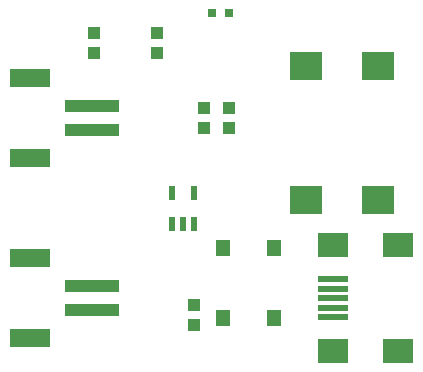
<source format=gbr>
G04 EAGLE Gerber RS-274X export*
G75*
%MOMM*%
%FSLAX34Y34*%
%LPD*%
%INSolderpaste Top*%
%IPPOS*%
%AMOC8*
5,1,8,0,0,1.08239X$1,22.5*%
G01*
%ADD10R,0.550000X1.200000*%
%ADD11R,2.500000X0.500000*%
%ADD12R,2.500000X2.000000*%
%ADD13R,1.000000X1.100000*%
%ADD14R,0.800000X0.800000*%
%ADD15R,2.800000X2.400000*%
%ADD16R,1.270000X1.470000*%
%ADD17R,4.600000X1.000000*%
%ADD18R,3.400000X1.600000*%


D10*
X130200Y177499D03*
X139700Y177499D03*
X149200Y177499D03*
X149200Y203501D03*
X130200Y203501D03*
D11*
X267100Y114300D03*
X267100Y106300D03*
X267100Y130300D03*
X267100Y122300D03*
D12*
X322100Y159300D03*
X322100Y69300D03*
X267100Y159300D03*
X267100Y69300D03*
D11*
X267100Y98300D03*
D13*
X157480Y275200D03*
X157480Y258200D03*
D14*
X163950Y355600D03*
X178950Y355600D03*
D13*
X179070Y275200D03*
X179070Y258200D03*
X149352Y108830D03*
X149352Y91830D03*
X118110Y321700D03*
X118110Y338700D03*
X64770Y321700D03*
X64770Y338700D03*
D15*
X304800Y197000D03*
X304800Y311000D03*
X243800Y197000D03*
X243800Y311000D03*
D16*
X217080Y97790D03*
X174080Y97790D03*
D17*
X62400Y256700D03*
X62400Y276700D03*
D18*
X10400Y232700D03*
X10400Y300700D03*
D17*
X62400Y104300D03*
X62400Y124300D03*
D18*
X10400Y80300D03*
X10400Y148300D03*
D16*
X216572Y156972D03*
X173572Y156972D03*
M02*

</source>
